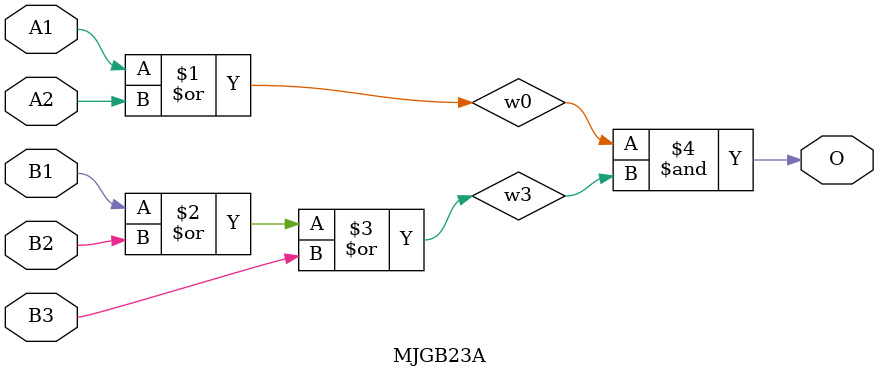
<source format=v>
module MJGB23A(A1, A2, B1, B2, B3, O);
input   A1;
input   A2;
input   B1;
input   B2;
input   B3;
output  O;
or g0(w0, A1, A2);
or g1(w3, B1, B2, B3);
and g2(O, w0, w3);
endmodule
</source>
